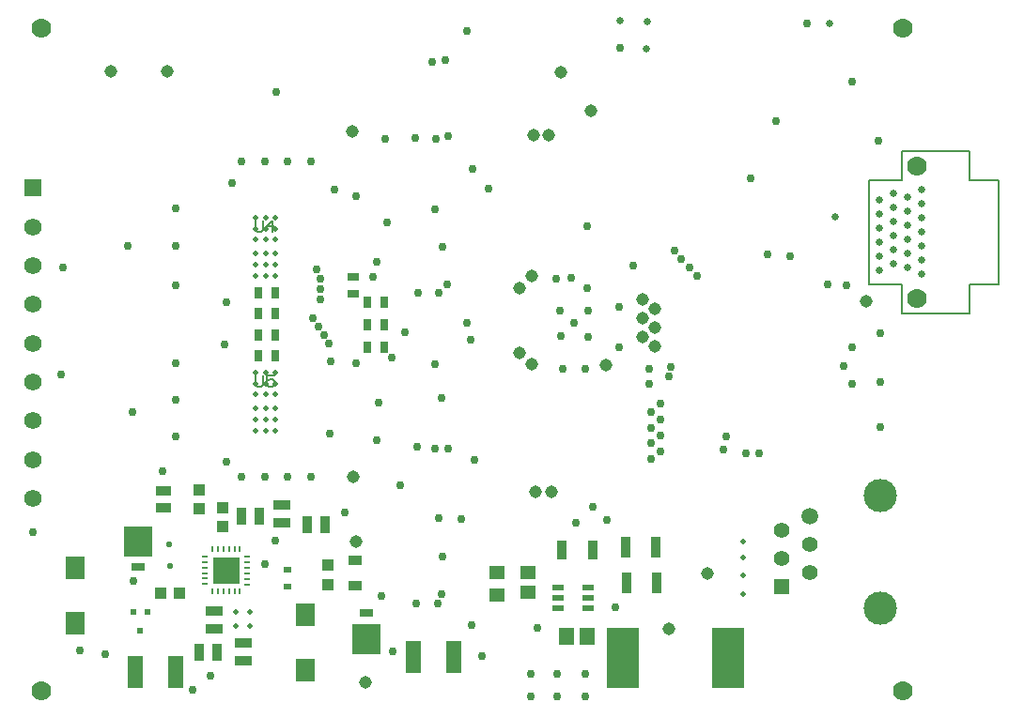
<source format=gbs>
G04*
G04 #@! TF.GenerationSoftware,Altium Limited,Altium Designer,22.9.1 (49)*
G04*
G04 Layer_Color=16711935*
%FSLAX24Y24*%
%MOIN*%
G70*
G04*
G04 #@! TF.SameCoordinates,1C4C81CE-4E44-4544-AACE-53C2D62CD198*
G04*
G04*
G04 #@! TF.FilePolarity,Negative*
G04*
G01*
G75*
%ADD15C,0.0070*%
%ADD24R,0.0394X0.0315*%
%ADD36R,0.0576X0.0494*%
%ADD38R,0.0354X0.0748*%
%ADD42R,0.0554X0.0615*%
%ADD43R,0.0374X0.0669*%
%ADD44R,0.0433X0.0236*%
%ADD63C,0.0700*%
%ADD64C,0.0200*%
%ADD65C,0.0260*%
%ADD66C,0.1181*%
%ADD67C,0.0591*%
%ADD68C,0.0551*%
%ADD69R,0.0551X0.0551*%
%ADD70C,0.0617*%
%ADD71R,0.0617X0.0617*%
%ADD72C,0.0300*%
%ADD73C,0.0450*%
%ADD74C,0.0220*%
%ADD93R,0.0315X0.0394*%
%ADD94R,0.0551X0.1142*%
%ADD95R,0.0500X0.0300*%
%ADD96R,0.1000X0.1051*%
%ADD97R,0.0236X0.0236*%
%ADD98R,0.0669X0.0787*%
%ADD99R,0.0315X0.0197*%
%ADD100R,0.0098X0.0236*%
%ADD101R,0.0236X0.0098*%
%ADD102R,0.0965X0.0965*%
%ADD103R,0.0374X0.0591*%
%ADD104R,0.0591X0.0374*%
%ADD105R,0.0394X0.0394*%
%ADD106R,0.0394X0.0394*%
%ADD107R,0.0531X0.0374*%
%ADD108R,0.0512X0.0354*%
%ADD109R,0.1181X0.2165*%
%ADD110R,0.0536X0.0455*%
D15*
X48066Y28296D02*
X49116D01*
X48066Y24596D02*
X49116D01*
X44526Y28286D02*
X45676D01*
X44526Y24606D02*
X45676D01*
X48066Y28296D02*
Y29321D01*
X45666D02*
X48066D01*
X45666Y23571D02*
X48066D01*
Y24596D01*
X44526Y24606D02*
Y28286D01*
X45666Y28296D02*
Y29321D01*
Y23571D02*
Y24596D01*
X49116D02*
Y28296D01*
X22750Y21356D02*
Y21023D01*
X22816Y20956D01*
X22950D01*
X23016Y21023D01*
Y21356D01*
X23416D02*
X23150D01*
Y21156D01*
X23283Y21223D01*
X23349D01*
X23416Y21156D01*
Y21023D01*
X23349Y20956D01*
X23216D01*
X23150Y21023D01*
X22750Y26863D02*
Y26530D01*
X22816Y26463D01*
X22950D01*
X23016Y26530D01*
Y26863D01*
X23349Y26463D02*
Y26863D01*
X23150Y26663D01*
X23416D01*
D24*
X26200Y24255D02*
D03*
Y24845D02*
D03*
D36*
X31300Y14357D02*
D03*
Y13550D02*
D03*
D38*
X36950Y15250D02*
D03*
X35887D02*
D03*
X35900Y14000D02*
D03*
X36963D02*
D03*
D42*
X34525Y12100D02*
D03*
X33775D02*
D03*
D43*
X34700Y15150D02*
D03*
X33598D02*
D03*
D44*
X34550Y13076D02*
D03*
X33487D02*
D03*
Y13446D02*
D03*
X34550Y13824D02*
D03*
X33487D02*
D03*
X34550Y13450D02*
D03*
D63*
X46196Y28796D02*
D03*
Y24096D02*
D03*
X45700Y33700D02*
D03*
Y10150D02*
D03*
X15150D02*
D03*
Y33700D02*
D03*
D64*
X40050Y13600D02*
D03*
Y14250D02*
D03*
Y14900D02*
D03*
Y15450D02*
D03*
X22050Y12950D02*
D03*
Y12450D02*
D03*
X22550D02*
D03*
X22555Y12957D02*
D03*
X21698Y14433D02*
D03*
X21400Y14100D02*
D03*
X22000D02*
D03*
Y14750D02*
D03*
X21400D02*
D03*
X23441Y19395D02*
D03*
X23099Y19393D02*
D03*
X22749D02*
D03*
X23441Y19795D02*
D03*
X23099Y19793D02*
D03*
X22749D02*
D03*
X23441Y20195D02*
D03*
X23099Y20193D02*
D03*
X22749D02*
D03*
X23449Y20693D02*
D03*
X23099D02*
D03*
X22749D02*
D03*
X23449Y21043D02*
D03*
X23099D02*
D03*
X22749D02*
D03*
X23449Y21443D02*
D03*
X23099D02*
D03*
X22749D02*
D03*
X23441Y24902D02*
D03*
X23099Y24900D02*
D03*
X22749D02*
D03*
X23441Y25302D02*
D03*
X23099Y25300D02*
D03*
X22749D02*
D03*
X23441Y25702D02*
D03*
X23099Y25700D02*
D03*
X22749D02*
D03*
X23449Y26200D02*
D03*
X23099D02*
D03*
X22749D02*
D03*
X23449Y26550D02*
D03*
X23099D02*
D03*
X22749D02*
D03*
X23449Y26950D02*
D03*
X23099D02*
D03*
X22749D02*
D03*
D65*
X45376Y25826D02*
D03*
Y26826D02*
D03*
Y27326D02*
D03*
X44876Y25076D02*
D03*
Y27076D02*
D03*
Y27576D02*
D03*
X45376Y25326D02*
D03*
Y27826D02*
D03*
X44876Y26076D02*
D03*
Y25576D02*
D03*
X45376Y26326D02*
D03*
X44876Y26576D02*
D03*
X46376Y27946D02*
D03*
Y25946D02*
D03*
Y26946D02*
D03*
Y25446D02*
D03*
Y26446D02*
D03*
X45876Y25196D02*
D03*
Y27696D02*
D03*
Y27196D02*
D03*
Y25696D02*
D03*
Y26196D02*
D03*
X46376Y27446D02*
D03*
X45876Y26696D02*
D03*
X46376Y24946D02*
D03*
X43300Y27000D02*
D03*
X43100Y33850D02*
D03*
X35690Y33966D02*
D03*
X36628Y33916D02*
D03*
X36593Y32973D02*
D03*
D66*
X44897Y13102D02*
D03*
Y17102D02*
D03*
D67*
X42397Y16350D02*
D03*
D68*
X41397Y15850D02*
D03*
X42397Y15350D02*
D03*
X41397Y14850D02*
D03*
X42397Y14350D02*
D03*
D69*
X41397Y13850D02*
D03*
D70*
X14850Y23878D02*
D03*
Y25256D02*
D03*
Y18366D02*
D03*
Y19744D02*
D03*
Y16988D02*
D03*
Y26634D02*
D03*
Y22500D02*
D03*
Y21122D02*
D03*
D71*
Y28012D02*
D03*
D72*
X29579Y18761D02*
D03*
X29102D02*
D03*
X41700Y25600D02*
D03*
X40900Y25650D02*
D03*
X21150Y10700D02*
D03*
X20500Y10200D02*
D03*
X33450Y9950D02*
D03*
Y10750D02*
D03*
X34450Y9950D02*
D03*
X32500D02*
D03*
X34437Y10775D02*
D03*
X32500Y10750D02*
D03*
X19900Y24550D02*
D03*
X14850Y15800D02*
D03*
X19450Y17950D02*
D03*
X15850Y21400D02*
D03*
X15900Y25200D02*
D03*
X21700Y18300D02*
D03*
X44900Y22850D02*
D03*
X34427Y21600D02*
D03*
X35650Y22350D02*
D03*
Y23800D02*
D03*
X36150Y25250D02*
D03*
X33400Y24800D02*
D03*
X43900Y31800D02*
D03*
X42300Y33850D02*
D03*
X43700Y24550D02*
D03*
X16500Y11600D02*
D03*
X44900Y21142D02*
D03*
Y19542D02*
D03*
X19900Y19200D02*
D03*
X27600Y11550D02*
D03*
X17400Y11450D02*
D03*
X18400Y14050D02*
D03*
X25914Y16487D02*
D03*
X30760Y11393D02*
D03*
X23073Y14666D02*
D03*
X44846Y29682D02*
D03*
X32732Y12408D02*
D03*
X41206Y30402D02*
D03*
X35524Y13140D02*
D03*
X35206Y16218D02*
D03*
X34104Y16140D02*
D03*
X34714Y16694D02*
D03*
X35687Y33008D02*
D03*
X23883Y17750D02*
D03*
X18368Y20062D02*
D03*
X27194Y13537D02*
D03*
X29387Y14915D02*
D03*
X26317Y27711D02*
D03*
X25415Y21850D02*
D03*
X25372Y19300D02*
D03*
X25557Y27952D02*
D03*
X27334Y29762D02*
D03*
X39349Y18741D02*
D03*
X30500Y18350D02*
D03*
X36781Y18382D02*
D03*
X37104Y18663D02*
D03*
X36781Y18945D02*
D03*
X37104Y20351D02*
D03*
Y19788D02*
D03*
X36781Y20070D02*
D03*
X37414Y21320D02*
D03*
X37485Y21662D02*
D03*
X38400Y24900D02*
D03*
X36781Y19507D02*
D03*
X37104Y19226D02*
D03*
X39440Y19193D02*
D03*
X27050Y19050D02*
D03*
Y25400D02*
D03*
X26900Y24850D02*
D03*
X34525Y26653D02*
D03*
X27581Y22000D02*
D03*
X29485Y32544D02*
D03*
X29018Y32489D02*
D03*
X28426Y29785D02*
D03*
X29131Y29760D02*
D03*
X29560Y29872D02*
D03*
X29535Y24598D02*
D03*
X29237Y24300D02*
D03*
X23067Y17750D02*
D03*
X30028Y16257D02*
D03*
X33574Y22743D02*
D03*
X33550Y23672D02*
D03*
X33937Y24823D02*
D03*
X34500Y24466D02*
D03*
X31000Y28000D02*
D03*
X24700Y28950D02*
D03*
X23450Y15500D02*
D03*
X22250Y17750D02*
D03*
X24700D02*
D03*
X23883Y28950D02*
D03*
X23067D02*
D03*
X22250D02*
D03*
X30450Y28700D02*
D03*
X37850Y25500D02*
D03*
X37600Y25800D02*
D03*
X38150Y25200D02*
D03*
X28484Y18814D02*
D03*
X26300Y21800D02*
D03*
X36700Y21050D02*
D03*
X24903Y25128D02*
D03*
X25050Y24426D02*
D03*
X29100Y27250D02*
D03*
X29111Y21750D02*
D03*
X29350Y13600D02*
D03*
X29250Y16300D02*
D03*
X25052Y24776D02*
D03*
X24783Y23397D02*
D03*
X24972Y23098D02*
D03*
X25161Y22799D02*
D03*
X25350Y22500D02*
D03*
X27864Y17444D02*
D03*
X19900Y20500D02*
D03*
Y25950D02*
D03*
X18200D02*
D03*
X27100Y20400D02*
D03*
X27400Y26800D02*
D03*
X25050Y24050D02*
D03*
X19900Y21800D02*
D03*
X21650Y22450D02*
D03*
X21700Y23950D02*
D03*
X19900Y27289D02*
D03*
X21900Y28200D02*
D03*
X23471Y31429D02*
D03*
X30398Y12502D02*
D03*
X29350Y20550D02*
D03*
X33648Y21600D02*
D03*
X40150Y18600D02*
D03*
X43600Y21700D02*
D03*
X28050Y22900D02*
D03*
X30238Y23238D02*
D03*
X30373Y22623D02*
D03*
X29372Y25920D02*
D03*
X30250Y33600D02*
D03*
X34550Y22722D02*
D03*
X34050Y23222D02*
D03*
X34550Y23672D02*
D03*
X40300Y28350D02*
D03*
X43055Y24605D02*
D03*
X43900Y22350D02*
D03*
X36700Y21600D02*
D03*
X43900Y21050D02*
D03*
X28450Y13250D02*
D03*
X29200D02*
D03*
X28515Y24300D02*
D03*
X40600Y18600D02*
D03*
D73*
X44400Y24000D02*
D03*
X37400Y12350D02*
D03*
X26650Y10450D02*
D03*
X34650Y30750D02*
D03*
X17600Y32150D02*
D03*
X26200Y17750D02*
D03*
X26300Y15450D02*
D03*
X19600Y32150D02*
D03*
X33592Y32130D02*
D03*
X33250Y17237D02*
D03*
X26172Y30019D02*
D03*
X32550Y24900D02*
D03*
X32100Y24450D02*
D03*
X38792Y14330D02*
D03*
X32661Y17237D02*
D03*
X32550Y21759D02*
D03*
X32100Y22156D02*
D03*
X35176Y21715D02*
D03*
X32600Y29900D02*
D03*
X33150D02*
D03*
X36909Y23717D02*
D03*
X36463Y24050D02*
D03*
X36909Y22385D02*
D03*
Y23051D02*
D03*
X36463Y22718D02*
D03*
Y23384D02*
D03*
D74*
X19692Y15366D02*
D03*
X19705Y14577D02*
D03*
D93*
X27295Y23950D02*
D03*
X26705D02*
D03*
X27295Y23150D02*
D03*
X26705D02*
D03*
X27295Y22350D02*
D03*
X26705D02*
D03*
X22855Y24300D02*
D03*
X23445D02*
D03*
X22855Y23550D02*
D03*
X23445D02*
D03*
X22855Y22800D02*
D03*
X23445D02*
D03*
X22855Y22050D02*
D03*
X23445D02*
D03*
D94*
X19908Y10842D02*
D03*
X18491D02*
D03*
X28349Y11348D02*
D03*
X29766D02*
D03*
D95*
X18579Y14546D02*
D03*
X26660Y12912D02*
D03*
D96*
X18579Y15471D02*
D03*
X26660Y11987D02*
D03*
D97*
X18657Y12300D02*
D03*
X18401Y12970D02*
D03*
X18913D02*
D03*
D98*
X16350Y12566D02*
D03*
Y14534D02*
D03*
X24495Y10885D02*
D03*
Y12854D02*
D03*
D99*
X23886Y14464D02*
D03*
Y13874D02*
D03*
D100*
X21207Y13685D02*
D03*
X22192D02*
D03*
X21995D02*
D03*
X21798D02*
D03*
X21601D02*
D03*
X21404D02*
D03*
X21207Y15181D02*
D03*
X22192D02*
D03*
X21995D02*
D03*
X21798D02*
D03*
X21601D02*
D03*
X21404D02*
D03*
D101*
X22446Y13942D02*
D03*
Y14926D02*
D03*
Y14533D02*
D03*
Y14336D02*
D03*
Y14139D02*
D03*
X20950Y13948D02*
D03*
Y14933D02*
D03*
Y14736D02*
D03*
Y14539D02*
D03*
Y14342D02*
D03*
Y14145D02*
D03*
X22446Y14730D02*
D03*
D102*
X21698Y14433D02*
D03*
D103*
X22252Y16354D02*
D03*
X22882D02*
D03*
X20737Y11514D02*
D03*
X21367D02*
D03*
X24584Y16067D02*
D03*
X25214D02*
D03*
D104*
X22306Y11227D02*
D03*
Y11857D02*
D03*
X21281Y13005D02*
D03*
Y12375D02*
D03*
X23682Y16756D02*
D03*
Y16126D02*
D03*
D105*
X21563Y15985D02*
D03*
Y16655D02*
D03*
X20751Y16625D02*
D03*
Y17295D02*
D03*
X25296Y14611D02*
D03*
Y13941D02*
D03*
D106*
X19388Y13628D02*
D03*
X20057D02*
D03*
D107*
X19463Y17254D02*
D03*
Y16664D02*
D03*
D108*
X26271Y14805D02*
D03*
Y13899D02*
D03*
D109*
X39514Y11339D02*
D03*
X35774D02*
D03*
D110*
X32400Y14345D02*
D03*
Y13655D02*
D03*
M02*

</source>
